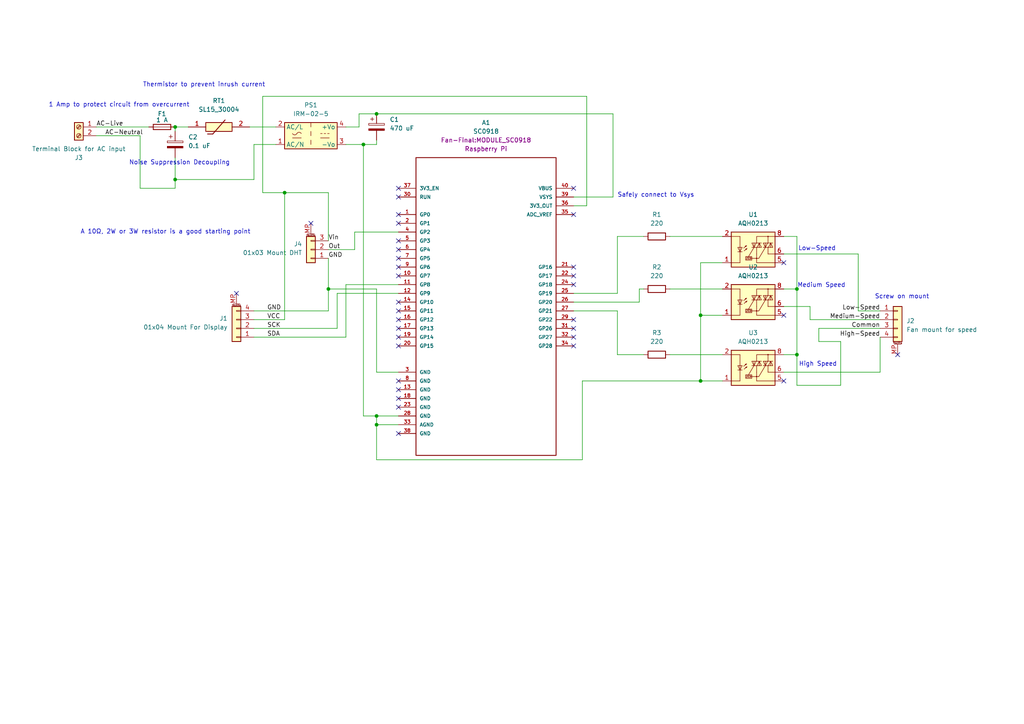
<source format=kicad_sch>
(kicad_sch (version 20231120) (generator "eeschema") (generator_version "8.0")
  (paper "A4")
  (title_block (title "Smart-Fan Schematic") (date "2024-11-13"))
  (lib_symbols
    (symbol "Connector:Screw_Terminal_01x02" (pin_names (offset 1.016) hide)
      (property "Reference" "J" (at 0 2.54 0))
      (property "Value" "Screw_Terminal_01x02" (at 0 -5.08 0))
      (symbol "Screw_Terminal_01x02_1_1"
        (rectangle (start -1.27 1.27) (end 1.27 -3.81) (stroke (width 0.254)) (fill (type background)))
        (circle (center 0 -2.54) (radius 0.635) (stroke (width 0.1524)))
        (polyline (pts (xy -0.5334 -2.2098) (xy 0.3302 -3.048)) (stroke (width 0.1524)))
        (polyline (pts (xy -0.5334 0.3302) (xy 0.3302 -0.508)) (stroke (width 0.1524)))
        (polyline (pts (xy -0.3556 -2.032) (xy 0.508 -2.8702)) (stroke (width 0.1524)))
        (polyline (pts (xy -0.3556 0.508) (xy 0.508 -0.3302)) (stroke (width 0.1524)))
        (circle (center 0 0) (radius 0.635) (stroke (width 0.1524)))
        (pin passive line (at -5.08 0 0) (length 3.81) (name "Pin_1") (number "1"))
        (pin passive line (at -5.08 -2.54 0) (length 3.81) (name "Pin_2") (number "2"))
      )
    )
    (symbol "Connector_Generic_MountingPin:Conn_01x03_MountingPin" (pin_names (offset 1.016) hide)
      (property "Reference" "J" (at 0 5.08 0))
      (property "Value" "Conn_01x03_MountingPin" (at 1.27 -5.08 0))
      (symbol "Conn_01x03_MountingPin_1_1"
        (rectangle (start -1.27 -2.413) (end 0 -2.667) (stroke (width 0.1524)))
        (rectangle (start -1.27 0.127) (end 0 -0.127) (stroke (width 0.1524)))
        (rectangle (start -1.27 2.667) (end 0 2.413) (stroke (width 0.1524)))
        (rectangle (start -1.27 3.81) (end 1.27 -3.81) (stroke (width 0.254)) (fill (type background)))
        (polyline (pts (xy -1.016 -4.572) (xy 1.016 -4.572)) (stroke (width 0.1524)))
        (text "Mounting" (at 0 -4.191 0) (effects (font (size 0.381 0.381))))
        (pin passive line (at -5.08 2.54 0) (length 3.81) (name "Pin_1") (number "1"))
        (pin passive line (at -5.08 0 0) (length 3.81) (name "Pin_2") (number "2"))
        (pin passive line (at -5.08 -2.54 0) (length 3.81) (name "Pin_3") (number "3"))
        (pin passive line (at 0 -7.62 90) (length 3.048) (name "MountPin") (number "MP"))
      )
    )
    (symbol "Connector_Generic_MountingPin:Conn_01x04_MountingPin" (pin_names (offset 1.016) hide)
      (property "Reference" "J" (at 0 5.08 0))
      (property "Value" "Conn_01x04_MountingPin" (at 1.27 -7.62 0))
      (symbol "Conn_01x04_MountingPin_1_1"
        (rectangle (start -1.27 -4.953) (end 0 -5.207) (stroke (width 0.1524)))
        (rectangle (start -1.27 -2.413) (end 0 -2.667) (stroke (width 0.1524)))
        (rectangle (start -1.27 0.127) (end 0 -0.127) (stroke (width 0.1524)))
        (rectangle (start -1.27 2.667) (end 0 2.413) (stroke (width 0.1524)))
        (rectangle (start -1.27 3.81) (end 1.27 -6.35) (stroke (width 0.254)) (fill (type background)))
        (polyline (pts (xy -1.016 -7.112) (xy 1.016 -7.112)) (stroke (width 0.1524)))
        (text "Mounting" (at 0 -6.731 0) (effects (font (size 0.381 0.381))))
        (pin passive line (at -5.08 2.54 0) (length 3.81) (name "Pin_1") (number "1"))
        (pin passive line (at -5.08 0 0) (length 3.81) (name "Pin_2") (number "2"))
        (pin passive line (at -5.08 -2.54 0) (length 3.81) (name "Pin_3") (number "3"))
        (pin passive line (at -5.08 -5.08 0) (length 3.81) (name "Pin_4") (number "4"))
        (pin passive line (at 0 -10.16 90) (length 3.048) (name "MountPin") (number "MP"))
      )
    )
    (symbol "Converter_ACDC:IRM-02-5"
      (property "Reference" "PS" (at 0 5.08 0))
      (property "Value" "IRM-02-5" (at 0 -5.08 0))
      (symbol "IRM-02-5_0_1"
        (rectangle (start -7.62 3.81) (end 7.62 -3.81) (stroke (width 0.254)) (fill (type background)))
        (arc (start -5.334 0.635) (mid -4.699 0.2495) (end -4.064 0.635))
        (arc (start -2.794 0.635) (mid -3.429 1.0072) (end -4.064 0.635))
        (polyline (pts (xy -5.334 -0.635) (xy -2.794 -0.635)))
        (polyline (pts (xy 2.794 -0.635) (xy 5.334 -0.635)))
        (polyline (pts (xy 2.794 0.635) (xy 3.302 0.635)))
        (polyline (pts (xy 3.81 0.635) (xy 4.318 0.635)))
        (polyline (pts (xy 4.826 0.635) (xy 5.334 0.635)))
      )
      (symbol "IRM-02-5_1_1"
        (polyline (pts (xy 0 -1.27) (xy 0 -2.54)))
        (polyline (pts (xy 0 1.27) (xy 0 0)))
        (polyline (pts (xy 0 3.81) (xy 0 2.54)))
        (pin power_in line (at -10.16 -2.54 0) (length 2.54) (name "AC/N") (number "1"))
        (pin power_in line (at -10.16 2.54 0) (length 2.54) (name "AC/L") (number "2"))
        (pin power_out line (at 10.16 -2.54 180) (length 2.54) (name "-Vo") (number "3"))
        (pin power_out line (at 10.16 2.54 180) (length 2.54) (name "+Vo") (number "4"))
      )
    )
    (symbol "Device:C_Polarized" (pin_numbers hide) (pin_names (offset 0.254))
      (property "Reference" "C" (at 0.635 2.54 0))
      (property "Value" "C_Polarized" (at 0.635 -2.54 0))
      (symbol "C_Polarized_0_1"
        (rectangle (start -2.286 0.508) (end 2.286 1.016))
        (polyline (pts (xy -1.778 2.286) (xy -0.762 2.286)))
        (polyline (pts (xy -1.27 2.794) (xy -1.27 1.778)))
        (rectangle (start 2.286 -0.508) (end -2.286 -1.016) (fill (type outline)))
      )
      (symbol "C_Polarized_1_1"
        (pin passive line (at 0 3.81 270) (length 2.794) (name "~") (number "1"))
        (pin passive line (at 0 -3.81 90) (length 2.794) (name "~") (number "2"))
      )
    )
    (symbol "Device:Fuse" (pin_numbers hide) (pin_names (offset 0))
      (property "Reference" "F" (at 2.032 0 90))
      (property "Value" "Fuse" (at -1.905 0 90))
      (symbol "Fuse_0_1"
        (rectangle (start -0.762 -2.54) (end 0.762 2.54) (stroke (width 0.254)))
        (polyline (pts (xy 0 2.54) (xy 0 -2.54)))
      )
      (symbol "Fuse_1_1"
        (pin passive line (at 0 3.81 270) (length 1.27) (name "~") (number "1"))
        (pin passive line (at 0 -3.81 90) (length 1.27) (name "~") (number "2"))
      )
    )
    (symbol "Device:R" (pin_numbers hide) (pin_names (offset 0))
      (property "Reference" "R" (at 2.032 0 90))
      (property "Value" "R" (at 0 0 90))
      (symbol "R_0_1"
        (rectangle (start -1.016 -2.54) (end 1.016 2.54) (stroke (width 0.254)))
      )
      (symbol "R_1_1"
        (pin passive line (at 0 3.81 270) (length 1.27) (name "~") (number "1"))
        (pin passive line (at 0 -3.81 90) (length 1.27) (name "~") (number "2"))
      )
    )
    (symbol "Raspberry_Pi_Pico_W_SC0918:SC0918" (pin_names (offset 1.016))
      (property "Reference" "A1" (at 0 58.42 0))
      (property "Value" "SC0918" (at 0 55.88 0))
      (property "Footprint" "Raspberry Pi:MODULE_SC0918" (at -12.7 -46.99 0))
      (property "manufacturer" "Raspberry Pi" (at 0 53.34 0))
      (symbol "SC0918_0_0"
        (rectangle (start -20.32 -43.18) (end 20.32 43.18) (stroke (width 0.254)))
        (pin bidirectional line (at -25.4 26.67 0) (length 5.08) (name "GP0") (number "1"))
        (pin bidirectional line (at -25.4 8.89 0) (length 5.08) (name "GP7") (number "10"))
        (pin bidirectional line (at -25.4 6.35 0) (length 5.08) (name "GP8") (number "11"))
        (pin bidirectional line (at -25.4 3.81 0) (length 5.08) (name "GP9") (number "12"))
        (pin power_in line (at -25.4 -24.13 0) (length 5.08) (name "GND") (number "13"))
        (pin bidirectional line (at -25.4 1.27 0) (length 5.08) (name "GP10") (number "14"))
        (pin bidirectional line (at -25.4 -1.27 0) (length 5.08) (name "GP11") (number "15"))
        (pin bidirectional line (at -25.4 -3.81 0) (length 5.08) (name "GP12") (number "16"))
        (pin bidirectional line (at -25.4 -6.35 0) (length 5.08) (name "GP13") (number "17"))
        (pin power_in line (at -25.4 -26.67 0) (length 5.08) (name "GND") (number "18"))
        (pin bidirectional line (at -25.4 -8.89 0) (length 5.08) (name "GP14") (number "19"))
        (pin bidirectional line (at -25.4 24.13 0) (length 5.08) (name "GP1") (number "2"))
        (pin bidirectional line (at -25.4 -11.43 0) (length 5.08) (name "GP15") (number "20"))
        (pin bidirectional line (at 25.4 11.43 180) (length 5.08) (name "GP16") (number "21"))
        (pin bidirectional line (at 25.4 8.89 180) (length 5.08) (name "GP17") (number "22"))
        (pin power_in line (at -25.4 -29.21 0) (length 5.08) (name "GND") (number "23"))
        (pin bidirectional line (at 25.4 6.35 180) (length 5.08) (name "GP18") (number "24"))
        (pin bidirectional line (at 25.4 3.81 180) (length 5.08) (name "GP19") (number "25"))
        (pin bidirectional line (at 25.4 1.27 180) (length 5.08) (name "GP20") (number "26"))
        (pin bidirectional line (at 25.4 -1.27 180) (length 5.08) (name "GP21") (number "27"))
        (pin power_in line (at -25.4 -31.75 0) (length 5.08) (name "GND") (number "28"))
        (pin bidirectional line (at 25.4 -3.81 180) (length 5.08) (name "GP22") (number "29"))
        (pin power_in line (at -25.4 -19.05 0) (length 5.08) (name "GND") (number "3"))
        (pin input line (at -25.4 31.75 0) (length 5.08) (name "RUN") (number "30"))
        (pin bidirectional line (at 25.4 -6.35 180) (length 5.08) (name "GP26") (number "31"))
        (pin bidirectional line (at 25.4 -8.89 180) (length 5.08) (name "GP27") (number "32"))
        (pin power_in line (at -25.4 -34.29 0) (length 5.08) (name "AGND") (number "33"))
        (pin bidirectional line (at 25.4 -11.43 180) (length 5.08) (name "GP28") (number "34"))
        (pin power_in line (at 25.4 26.67 180) (length 5.08) (name "ADC_VREF") (number "35"))
        (pin power_in line (at 25.4 29.21 180) (length 5.08) (name "3V3_OUT") (number "36"))
        (pin input line (at -25.4 34.29 0) (length 5.08) (name "3V3_EN") (number "37"))
        (pin power_in line (at -25.4 -36.83 0) (length 5.08) (name "GND") (number "38"))
        (pin free line (at 25.4 31.75 180) (length 5.08) (name "VSYS") (number "39"))
        (pin bidirectional line (at -25.4 21.59 0) (length 5.08) (name "GP2") (number "4"))
        (pin free line (at 25.4 34.29 180) (length 5.08) (name "VBUS") (number "40"))
        (pin bidirectional line (at -25.4 19.05 0) (length 5.08) (name "GP3") (number "5"))
        (pin bidirectional line (at -25.4 16.51 0) (length 5.08) (name "GP4") (number "6"))
        (pin bidirectional line (at -25.4 13.97 0) (length 5.08) (name "GP5") (number "7"))
        (pin power_in line (at -25.4 -21.59 0) (length 5.08) (name "GND") (number "8"))
        (pin bidirectional line (at -25.4 11.43 0) (length 5.08) (name "GP6") (number "9"))
      )
    )
    (symbol "Relay_SolidState:AQH0213"
      (property "Reference" "U" (at -7.62 5.08 0))
      (property "Value" "AQH0213" (at -2.54 5.08 0))
      (symbol "AQH0213_0_0"
        (rectangle (start -3.429 -3.302) (end -1.651 -4.318))
        (text "ZCD" (at -2.54 -3.81 0) (effects (font (size 0.508 0.508))))
      )
      (symbol "AQH0213_0_1"
        (rectangle (start -7.62 3.81) (end 5.08 -6.35) (stroke (width 0.254)) (fill (type background)))
        (polyline (pts (xy -5.715 -1.905) (xy -4.445 -1.905)))
        (polyline (pts (xy -5.08 -5.08) (xy -7.62 -5.08)))
        (polyline (pts (xy -5.08 -1.905) (xy -5.08 -5.08)))
        (polyline (pts (xy -5.08 -0.635) (xy -5.08 -1.905)))
        (polyline (pts (xy -5.08 -0.635) (xy -5.08 2.54)))
        (polyline (pts (xy -5.08 2.54) (xy -7.493 2.54)))
        (polyline (pts (xy -3.2512 -1.1176) (xy -3.8862 -1.651)))
        (polyline (pts (xy -1.651 -3.81) (xy -0.254 -3.81)))
        (polyline (pts (xy -1.016 -0.635) (xy -2.6162 -3.302)))
        (polyline (pts (xy -1.016 -0.635) (xy -1.016 0.635)))
        (polyline (pts (xy -0.254 -3.81) (xy 0.381 -3.81)))
        (polyline (pts (xy -0.254 -2.54) (xy -0.254 -5.08)))
        (polyline (pts (xy -0.254 -2.54) (xy -0.254 -0.635)))
        (polyline (pts (xy 0.381 -3.81) (xy 2.286 -0.635)))
        (polyline (pts (xy 0.508 0.635) (xy 0.508 -0.635)))
        (polyline (pts (xy 3.048 -2.54) (xy 5.08 -2.54)))
        (polyline (pts (xy 3.048 -0.635) (xy 3.048 -2.54)))
        (polyline (pts (xy 3.048 2.54) (xy 3.048 0.635)))
        (polyline (pts (xy 5.08 -5.08) (xy -0.254 -5.08)))
        (polyline (pts (xy 5.08 2.54) (xy 3.048 2.54)))
        (polyline (pts (xy 3.048 2.54) (xy -0.254 2.54) (xy -0.254 0.635)))
        (polyline (pts (xy -5.08 -1.905) (xy -5.715 -0.635) (xy -4.445 -0.635) (xy -5.08 -1.905)))
        (polyline (pts (xy -3.429 -1.0922) (xy -3.2512 -1.27) (xy -3.0226 -0.9398) (xy -3.429 -1.0922)))
        (polyline (pts (xy -1.651 -0.635) (xy 1.143 -0.635) (xy 0.508 0.635) (xy -0.127 -0.635)))
        (polyline (pts (xy 1.143 0.635) (xy -1.651 0.635) (xy -1.016 -0.635) (xy -0.381 0.635)))
      )
      (symbol "AQH0213_1_1"
        (circle (center -0.254 -3.81) (radius 0.127))
        (polyline (pts (xy -3.3782 -0.2794) (xy -4.0132 -0.8128)))
        (polyline (pts (xy 2.286 -0.635) (xy 2.286 0.635)))
        (polyline (pts (xy 3.81 0.635) (xy 3.81 -0.635)))
        (polyline (pts (xy -3.556 -0.254) (xy -3.3782 -0.4318) (xy -3.1496 -0.1016) (xy -3.556 -0.254)))
        (polyline (pts (xy 1.651 -0.635) (xy 4.445 -0.635) (xy 3.81 0.635) (xy 3.175 -0.635)))
        (polyline (pts (xy 4.445 0.635) (xy 1.651 0.635) (xy 2.286 -0.635) (xy 2.921 0.635)))
        (circle (center 3.048 2.54) (radius 0.127))
        (pin passive line (at -10.16 -5.08 0) (length 2.54) (name "~") (number "1"))
        (pin passive line (at -10.16 2.54 0) (length 2.54) (name "~") (number "2"))
        (pin passive line (at -10.16 -5.08 0) (length 2.54) hide (name "~") (number "3"))
        (pin passive line (at -10.16 -5.08 0) (length 2.54) hide (name "~") (number "4"))
        (pin passive line (at 7.62 -5.08 180) (length 2.54) (name "~") (number "5"))
        (pin passive line (at 7.62 -2.54 180) (length 2.54) (name "~") (number "6"))
        (pin passive line (at 7.62 2.54 180) (length 2.54) (name "~") (number "8"))
      )
    )
    (symbol "SL15_30004_D:SL15_30004" (pin_names hide)
      (property "Reference" "RT" (at 13.97 6.35 0))
      (property "Value" "SL15_30004" (at 13.97 3.81 0))
      (symbol "SL15_30004_1_1"
        (polyline (pts (xy 5.588 -2.032) (xy 7.112 -2.032)) (stroke (width 0.254)))
        (polyline (pts (xy 10.668 2.032) (xy 7.112 -2.032)) (stroke (width 0.254)))
        (rectangle (start 5.08 1.27) (end 12.7 -1.27) (stroke (width 0.254)) (fill (type background)))
        (pin passive line (at 0 0 0) (length 5.08) (name "1") (number "1"))
        (pin passive line (at 17.78 0 180) (length 5.08) (name "2") (number "2"))
      )
    )
  )
  (junction (at 203.2 110.49))
  (junction (at 109.22 120.65))
  (junction (at 231.14 83.82))
  (junction (at 82.55 55.88))
  (junction (at 50.8 36.83))
  (junction (at 50.8 52.07))
  (junction (at 95.25 83.82))
  (junction (at 231.14 102.87))
  (junction (at 109.22 123.19))
  (junction (at 203.2 91.44))
  (junction (at 105.41 41.91))
  (junction (at 109.22 33.02))
  (no_connect (at 115.57 113.03))
  (no_connect (at 227.33 91.44))
  (no_connect (at 115.57 95.25))
  (no_connect (at 166.37 92.71))
  (no_connect (at 115.57 118.11))
  (no_connect (at 90.17 64.77))
  (no_connect (at 115.57 62.23))
  (no_connect (at 115.57 77.47))
  (no_connect (at 115.57 57.15))
  (no_connect (at 166.37 97.79))
  (no_connect (at 166.37 54.61))
  (no_connect (at 115.57 64.77))
  (no_connect (at 115.57 100.33))
  (no_connect (at 166.37 95.25))
  (no_connect (at 166.37 82.55))
  (no_connect (at 115.57 72.39))
  (no_connect (at 115.57 115.57))
  (no_connect (at 227.33 110.49))
  (no_connect (at 115.57 90.17))
  (no_connect (at 227.33 76.2))
  (no_connect (at 115.57 110.49))
  (no_connect (at 115.57 74.93))
  (no_connect (at 166.37 80.01))
  (no_connect (at 115.57 69.85))
  (no_connect (at 115.57 87.63))
  (no_connect (at 115.57 125.73))
  (no_connect (at 166.37 100.33))
  (no_connect (at 115.57 92.71))
  (no_connect (at 115.57 80.01))
  (no_connect (at 115.57 54.61))
  (no_connect (at 68.58 85.09))
  (no_connect (at 166.37 62.23))
  (no_connect (at 166.37 77.47))
  (no_connect (at 115.57 97.79))
  (no_connect (at 260.35 102.87))
  (wire (pts (xy 179.07 85.09) (xy 166.37 85.09)))
  (wire (pts (xy 100.33 41.91) (xy 105.41 41.91)))
  (wire (pts (xy 234.95 92.71) (xy 255.27 92.71)))
  (wire (pts (xy 203.2 110.49) (xy 209.55 110.49)))
  (wire (pts (xy 82.55 92.71) (xy 82.55 55.88)))
  (wire (pts (xy 97.79 95.25) (xy 73.66 95.25)))
  (wire (pts (xy 95.25 90.17) (xy 95.25 83.82)))
  (wire (pts (xy 27.94 39.37) (xy 40.64 39.37)))
  (wire (pts (xy 76.2 27.94) (xy 170.18 27.94)))
  (wire (pts (xy 95.25 72.39) (xy 102.87 72.39)))
  (wire (pts (xy 102.87 67.31) (xy 115.57 67.31)))
  (wire (pts (xy 194.31 68.58) (xy 209.55 68.58)))
  (wire (pts (xy 237.49 95.25) (xy 255.27 95.25)))
  (wire (pts (xy 231.14 68.58) (xy 227.33 68.58)))
  (wire (pts (xy 104.14 33.02) (xy 104.14 36.83)))
  (wire (pts (xy 227.33 73.66) (xy 248.92 73.66)))
  (wire (pts (xy 115.57 85.09) (xy 97.79 85.09)))
  (wire (pts (xy 109.22 40.64) (xy 109.22 41.91)))
  (wire (pts (xy 95.25 55.88) (xy 95.25 69.85)))
  (wire (pts (xy 40.64 54.61) (xy 50.8 54.61)))
  (wire (pts (xy 109.22 83.82) (xy 109.22 107.95)))
  (wire (pts (xy 243.84 111.76) (xy 243.84 99.06)))
  (wire (pts (xy 166.37 90.17) (xy 179.07 90.17)))
  (wire (pts (xy 95.25 74.93) (xy 95.25 83.82)))
  (wire (pts (xy 231.14 68.58) (xy 231.14 83.82)))
  (wire (pts (xy 231.14 102.87) (xy 231.14 111.76)))
  (wire (pts (xy 177.8 33.02) (xy 109.22 33.02)))
  (wire (pts (xy 168.91 110.49) (xy 203.2 110.49)))
  (wire (pts (xy 73.66 97.79) (xy 100.33 97.79)))
  (wire (pts (xy 166.37 87.63) (xy 185.42 87.63)))
  (wire (pts (xy 185.42 83.82) (xy 186.69 83.82)))
  (wire (pts (xy 73.66 92.71) (xy 82.55 92.71)))
  (wire (pts (xy 170.18 59.69) (xy 170.18 27.94)))
  (wire (pts (xy 203.2 76.2) (xy 209.55 76.2)))
  (wire (pts (xy 97.79 85.09) (xy 97.79 95.25)))
  (wire (pts (xy 27.94 36.83) (xy 43.18 36.83)))
  (wire (pts (xy 179.07 68.58) (xy 179.07 85.09)))
  (wire (pts (xy 186.69 102.87) (xy 179.07 102.87)))
  (wire (pts (xy 227.33 102.87) (xy 231.14 102.87)))
  (wire (pts (xy 243.84 99.06) (xy 237.49 99.06)))
  (wire (pts (xy 40.64 39.37) (xy 40.64 54.61)))
  (wire (pts (xy 50.8 52.07) (xy 73.66 52.07)))
  (wire (pts (xy 237.49 99.06) (xy 237.49 95.25)))
  (wire (pts (xy 76.2 27.94) (xy 76.2 55.88)))
  (wire (pts (xy 179.07 102.87) (xy 179.07 90.17)))
  (wire (pts (xy 115.57 123.19) (xy 109.22 123.19)))
  (wire (pts (xy 227.33 83.82) (xy 231.14 83.82)))
  (wire (pts (xy 185.42 87.63) (xy 185.42 83.82)))
  (wire (pts (xy 105.41 41.91) (xy 109.22 41.91)))
  (wire (pts (xy 73.66 52.07) (xy 73.66 41.91)))
  (wire (pts (xy 231.14 111.76) (xy 243.84 111.76)))
  (wire (pts (xy 76.2 55.88) (xy 82.55 55.88)))
  (wire (pts (xy 203.2 91.44) (xy 209.55 91.44)))
  (wire (pts (xy 248.92 73.66) (xy 248.92 90.17)))
  (wire (pts (xy 73.66 90.17) (xy 95.25 90.17)))
  (wire (pts (xy 73.66 41.91) (xy 80.01 41.91)))
  (wire (pts (xy 100.33 82.55) (xy 115.57 82.55)))
  (wire (pts (xy 186.69 68.58) (xy 179.07 68.58)))
  (wire (pts (xy 109.22 120.65) (xy 115.57 120.65)))
  (wire (pts (xy 194.31 102.87) (xy 209.55 102.87)))
  (wire (pts (xy 168.91 110.49) (xy 168.91 133.35)))
  (wire (pts (xy 234.95 88.9) (xy 227.33 88.9)))
  (wire (pts (xy 227.33 107.95) (xy 255.27 107.95)))
  (wire (pts (xy 109.22 33.02) (xy 104.14 33.02)))
  (wire (pts (xy 177.8 57.15) (xy 177.8 33.02)))
  (wire (pts (xy 166.37 57.15) (xy 177.8 57.15)))
  (wire (pts (xy 203.2 76.2) (xy 203.2 91.44)))
  (wire (pts (xy 248.92 90.17) (xy 255.27 90.17)))
  (wire (pts (xy 234.95 92.71) (xy 234.95 88.9)))
  (wire (pts (xy 203.2 91.44) (xy 203.2 110.49)))
  (wire (pts (xy 50.8 45.72) (xy 50.8 52.07)))
  (wire (pts (xy 109.22 123.19) (xy 109.22 133.35)))
  (wire (pts (xy 109.22 107.95) (xy 115.57 107.95)))
  (wire (pts (xy 50.8 54.61) (xy 50.8 52.07)))
  (wire (pts (xy 255.27 97.79) (xy 255.27 107.95)))
  (wire (pts (xy 105.41 41.91) (xy 105.41 120.65)))
  (wire (pts (xy 109.22 133.35) (xy 168.91 133.35)))
  (wire (pts (xy 166.37 59.69) (xy 170.18 59.69)))
  (wire (pts (xy 100.33 97.79) (xy 100.33 82.55)))
  (wire (pts (xy 72.39 36.83) (xy 80.01 36.83)))
  (wire (pts (xy 194.31 83.82) (xy 209.55 83.82)))
  (wire (pts (xy 109.22 120.65) (xy 109.22 123.19)))
  (wire (pts (xy 50.8 36.83) (xy 54.61 36.83)))
  (wire (pts (xy 105.41 120.65) (xy 109.22 120.65)))
  (wire (pts (xy 82.55 55.88) (xy 95.25 55.88)))
  (wire (pts (xy 100.33 36.83) (xy 104.14 36.83)))
  (wire (pts (xy 231.14 83.82) (xy 231.14 102.87)))
  (wire (pts (xy 95.25 83.82) (xy 109.22 83.82)))
  (wire (pts (xy 102.87 67.31) (xy 102.87 72.39)))
  (wire (pts (xy 50.8 38.1) (xy 50.8 36.83)))
  (text "High Speed\n" (at 237.236 105.664 0) (effects (font (size 1.27 1.27))))
  (text "Safely connect to Vsys" (at 190.246 56.642 0) (effects (font (size 1.27 1.27))))
  (text "Thermistor to prevent inrush current\n" (at 59.182 24.638 0) (effects (font (size 1.27 1.27))))
  (text "Screw on mount\n" (at 261.62 86.106 0) (effects (font (size 1.27 1.27))))
  (text "Low-Speed\n" (at 236.982 72.136 0) (effects (font (size 1.27 1.27))))
  (text "1 Amp to protect circuit from overcurrent" (at 34.544 30.48 0) (effects (font (size 1.27 1.27))))
  (text "Medium Speed\n" (at 238.252 82.804 0) (effects (font (size 1.27 1.27))))
  (text "Noise Suppression Decoupling" (at 52.07 47.244 0) (effects (font (size 1.27 1.27))))
  (text "A 10Ω, 2W or 3W resistor is a good starting point\n" (at 48.006 67.31 0) (effects (font (size 1.27 1.27))))
  (label "GND" (at 77.47 90.17 0))
  (label "GND" (at 95.25 74.93 0))
  (label "SDA" (at 77.47 97.79 0))
  (label "Low-Speed" (at 255.27 90.17 180))
  (label "SCK" (at 77.47 95.25 0))
  (label "High-Speed" (at 255.27 97.79 180))
  (label "Common" (at 255.27 95.25 180))
  (label "AC-Neutral" (at 30.48 39.37 0))
  (label "Medium-Speed" (at 255.27 92.71 180))
  (label "AC-Live" (at 27.94 36.83 0))
  (label "VCC" (at 77.47 92.71 0))
  (label "Out" (at 95.25 72.39 0))
  (label "Vin" (at 95.25 69.85 0))
  (symbol (lib_id "Converter_ACDC:IRM-02-5") (at 90.17 39.37 0) (unit 1)
    (property "Reference" "PS1" (at 90.17 30.48 0))
    (property "Value" "IRM-02-5" (at 90.17 33.02 0))
    (property "Footprint" "Converter_ACDC:Converter_ACDC_MeanWell_IRM-02-xx_THT" (effects (hide yes)))
    (property "Datasheet" "https://www.meanwell.com/Upload/PDF/IRM-02/IRM-02-SPEC.PDF" (effects (hide yes)))
    (property "Description" "5V, 400mA, 2W, Isolated, AC-DC, IRM02" (effects (hide yes)))
  )
  (symbol (lib_id "Connector:Screw_Terminal_01x02") (at 22.86 36.83 0) (mirror y) (unit 1)
    (property "Reference" "J3" (at 22.86 45.72 0))
    (property "Value" "Terminal Block for AC input" (at 22.86 43.18 0))
    (property "Footprint" "TerminalBlock_Phoenix:TerminalBlock_Phoenix_MKDS-1,5-2_1x02_P5.00mm_Horizontal" (effects (hide yes)))
    (property "Description" "Generic screw terminal, single row, 01x02, script generated (kicad-library-utils/schlib/autogen/connector/)" (effects (hide yes)))
  )
  (symbol (lib_id "Device:R") (at 190.5 83.82 90) (unit 1)
    (property "Reference" "R2" (at 190.5 77.47 90))
    (property "Value" "220" (at 190.5 80.01 90))
    (property "Footprint" "Resistor_THT:R_Axial_DIN0207_L6.3mm_D2.5mm_P7.62mm_Horizontal" (effects (hide yes)))
    (property "Description" "Resistor" (effects (hide yes)))
  )
  (symbol (lib_id "Relay_SolidState:AQH0213") (at 219.71 86.36 0) (unit 1)
    (property "Reference" "U2" (at 218.44 77.47 0))
    (property "Value" "AQH0213" (at 218.44 80.01 0))
    (property "Footprint" "Package_DIP:DIP-8-N7_W7.62mm" (effects (hide yes)))
    (property "Datasheet" "https://mediap.industry.panasonic.eu/assets/imported/industrial.panasonic.com/ac/cdn/e/control/relay/solid-state/catalog/semi_eng_aqh.pdf" (effects (hide yes)))
    (property "Description" "Zero Cross Opto-Triac, Vdrm 600V, Ift 10mA, IT 300mA, DIP-7" (effects (hide yes)))
  )
  (symbol (lib_id "Connector_Generic_MountingPin:Conn_01x03_MountingPin") (at 90.17 72.39 180) (unit 1)
    (property "Reference" "J4" (at 87.63 70.7643 0) (effects (justify left)))
    (property "Value" "01x03 Mount DHT" (at 87.63 73.3043 0) (effects (justify left)))
    (property "Footprint" "Connector_PinHeader_2.54mm:PinHeader_1x03_P2.54mm_Horizontal" (effects (hide yes)))
    (property "Description" "Generic connectable mounting pin connector, single row, 01x03, script generated (kicad-library-utils/schlib/autogen/connector/)" (effects (hide yes)))
  )
  (symbol (lib_id "Device:C_Polarized") (at 50.8 41.91 0) (unit 1)
    (property "Reference" "C2" (at 54.61 39.7509 0) (effects (justify left)))
    (property "Value" "0.1 uF" (at 54.61 42.2909 0) (effects (justify left)))
    (property "Footprint" "Capacitor_THT:CP_Radial_D5.0mm_P2.50mm" (effects (hide yes)))
    (property "Description" "Polarized capacitor" (effects (hide yes)))
  )
  (symbol (lib_id "Connector_Generic_MountingPin:Conn_01x04_MountingPin") (at 68.58 95.25 180) (unit 1)
    (property "Reference" "J1" (at 66.04 92.3543 0) (effects (justify left)))
    (property "Value" "01x04 Mount For Display" (at 66.04 94.8943 0) (effects (justify left)))
    (property "Footprint" "Connector_PinHeader_2.54mm:PinHeader_1x04_P2.54mm_Horizontal" (effects (hide yes)))
    (property "Description" "Generic connectable mounting pin connector, single row, 01x04, script generated (kicad-library-utils/schlib/autogen/connector/)" (effects (hide yes)))
  )
  (symbol (lib_id "Connector_Generic_MountingPin:Conn_01x04_MountingPin") (at 260.35 92.71 0) (unit 1)
    (property "Reference" "J2" (at 262.89 93.0655 0) (effects (justify left)))
    (property "Value" "Fan mount for speed" (at 262.89 95.6055 0) (effects (justify left)))
    (property "Footprint" "TerminalBlock_Phoenix:TerminalBlock_Phoenix_MKDS-1,5-4-5.08_1x04_P5.08mm_Horizontal" (effects (hide yes)))
    (property "Description" "Generic connectable mounting pin connector, single row, 01x04, script generated (kicad-library-utils/schlib/autogen/connector/)" (effects (hide yes)))
  )
  (symbol (lib_id "Relay_SolidState:AQH0213") (at 219.71 105.41 0) (unit 1)
    (property "Reference" "U3" (at 218.44 96.52 0))
    (property "Value" "AQH0213" (at 218.44 99.06 0))
    (property "Footprint" "Package_DIP:DIP-8-N7_W7.62mm" (effects (hide yes)))
    (property "Datasheet" "https://mediap.industry.panasonic.eu/assets/imported/industrial.panasonic.com/ac/cdn/e/control/relay/solid-state/catalog/semi_eng_aqh.pdf" (effects (hide yes)))
    (property "Description" "Zero Cross Opto-Triac, Vdrm 600V, Ift 10mA, IT 300mA, DIP-7" (effects (hide yes)))
  )
  (symbol (lib_id "Device:Fuse") (at 46.99 36.83 90) (unit 1)
    (property "Reference" "F1" (at 46.99 33.02 90))
    (property "Value" "1 A" (at 46.99 34.798 90))
    (property "Footprint" "Fuse:Fuse_Littelfuse_395Series" (effects (hide yes)))
    (property "Description" "Fuse" (effects (hide yes)))
  )
  (symbol (lib_id "Relay_SolidState:AQH0213") (at 219.71 71.12 0) (unit 1)
    (property "Reference" "U1" (at 218.44 62.23 0))
    (property "Value" "AQH0213" (at 218.44 64.77 0))
    (property "Footprint" "Package_DIP:DIP-8-N7_W7.62mm" (effects (hide yes)))
    (property "Datasheet" "https://mediap.industry.panasonic.eu/assets/imported/industrial.panasonic.com/ac/cdn/e/control/relay/solid-state/catalog/semi_eng_aqh.pdf" (effects (hide yes)))
    (property "Description" "Zero Cross Opto-Triac, Vdrm 600V, Ift 10mA, IT 300mA, DIP-7" (effects (hide yes)))
  )
  (symbol (lib_id "Device:R") (at 190.5 102.87 90) (unit 1)
    (property "Reference" "R3" (at 190.5 96.52 90))
    (property "Value" "220" (at 190.5 99.06 90))
    (property "Footprint" "Resistor_THT:R_Axial_DIN0207_L6.3mm_D2.5mm_P7.62mm_Horizontal" (effects (hide yes)))
    (property "Description" "Resistor" (effects (hide yes)))
  )
  (symbol (lib_id "Raspberry_Pi_Pico_W_SC0918:SC0918") (at 140.97 88.9 0) (unit 1)
    (property "Reference" "A1" (at 140.97 35.56 0))
    (property "Value" "SC0918" (at 140.97 38.1 0))
    (property "Footprint" "Fan-Final:MODULE_SC0918" (at 140.97 40.64 0))
    (property "Datasheet" "https://datasheets.raspberrypi.com/picow/pico-w-datasheet.pdf" (effects (hide yes)))
    (property "manufacturer" "Raspberry Pi" (at 140.97 43.18 0))
    (property "P/N" "SC0918" (effects (hide yes)))
    (property "PARTREV" "1.6" (effects (hide yes)))
    (property "MAXIMUM_PACKAGE_HEIGHT" "3.73mm" (effects (hide yes)))
  )
  (symbol (lib_id "SL15_30004_D:SL15_30004") (at 54.61 36.83 0) (unit 1)
    (property "Reference" "RT1" (at 63.5 29.21 0))
    (property "Value" "SL15_30004" (at 63.5 31.75 0))
    (property "Footprint" "SL1530004" (effects (hide yes)))
    (property "Datasheet" "https://www.ametherm.com/datasheetspdf/SL1530004.pdf" (effects (hide yes)))
    (property "Description" "Inrush Current Limiters 15mm 30ohms 4A INRSH CURR LIMITER" (effects (hide yes)))
    (property "Height" "17.82" (effects (hide yes)))
    (property "Manufacturer_Name" "AMETHERM" (effects (hide yes)))
    (property "Manufacturer_Part_Number" "SL15 30004" (effects (hide yes)))
  )
  (symbol (lib_id "Device:C_Polarized") (at 109.22 36.83 0) (unit 1)
    (property "Reference" "C1" (at 113.03 34.6709 0) (effects (justify left)))
    (property "Value" "470 uF" (at 113.03 37.2109 0) (effects (justify left)))
    (property "Footprint" "Capacitor_THT:CP_Radial_D8.0mm_P3.50mm" (effects (hide yes)))
    (property "Description" "Polarized capacitor" (effects (hide yes)))
  )
  (symbol (lib_id "Device:R") (at 190.5 68.58 90) (unit 1)
    (property "Reference" "R1" (at 190.5 62.23 90))
    (property "Value" "220" (at 190.5 64.77 90))
    (property "Footprint" "Resistor_THT:R_Axial_DIN0207_L6.3mm_D2.5mm_P7.62mm_Horizontal" (effects (hide yes)))
    (property "Description" "Resistor" (effects (hide yes)))
  )
)
</source>
